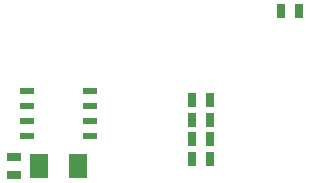
<source format=gtp>
G04 #@! TF.FileFunction,Paste,Top*
%FSLAX46Y46*%
G04 Gerber Fmt 4.6, Leading zero omitted, Abs format (unit mm)*
G04 Created by KiCad (PCBNEW 4.0.2+dfsg1-stable) date jeu. 13 juil. 2017 18:44:21 CEST*
%MOMM*%
G01*
G04 APERTURE LIST*
%ADD10C,0.100000*%
%ADD11R,0.635000X1.143000*%
%ADD12R,1.143000X0.635000*%
%ADD13R,1.524000X2.032000*%
%ADD14R,1.143000X0.508000*%
G04 APERTURE END LIST*
D10*
D11*
X167309800Y-96304100D03*
X168833800Y-96304100D03*
D12*
X144716500Y-108648500D03*
X144716500Y-110172500D03*
D13*
X146850100Y-109410500D03*
X150152100Y-109410500D03*
D14*
X145834100Y-106905000D03*
X151168100Y-106905000D03*
X145834100Y-105635000D03*
X145834100Y-104365000D03*
X145834100Y-103095000D03*
X151168100Y-105635000D03*
X151168100Y-104365000D03*
X151168100Y-103095000D03*
D11*
X161277300Y-108813600D03*
X159753300Y-108813600D03*
X161277300Y-105511600D03*
X159753300Y-105511600D03*
X161277300Y-103860600D03*
X159753300Y-103860600D03*
X159753300Y-107162600D03*
X161277300Y-107162600D03*
M02*

</source>
